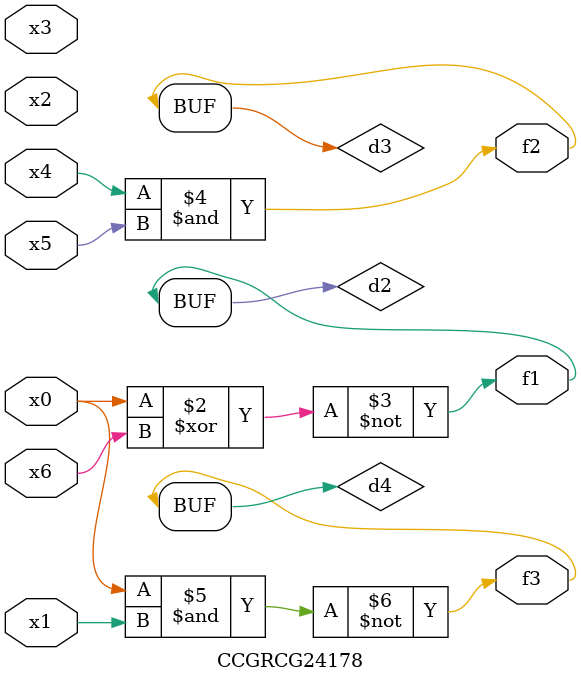
<source format=v>
module CCGRCG24178(
	input x0, x1, x2, x3, x4, x5, x6,
	output f1, f2, f3
);

	wire d1, d2, d3, d4;

	nor (d1, x0);
	xnor (d2, x0, x6);
	and (d3, x4, x5);
	nand (d4, x0, x1);
	assign f1 = d2;
	assign f2 = d3;
	assign f3 = d4;
endmodule

</source>
